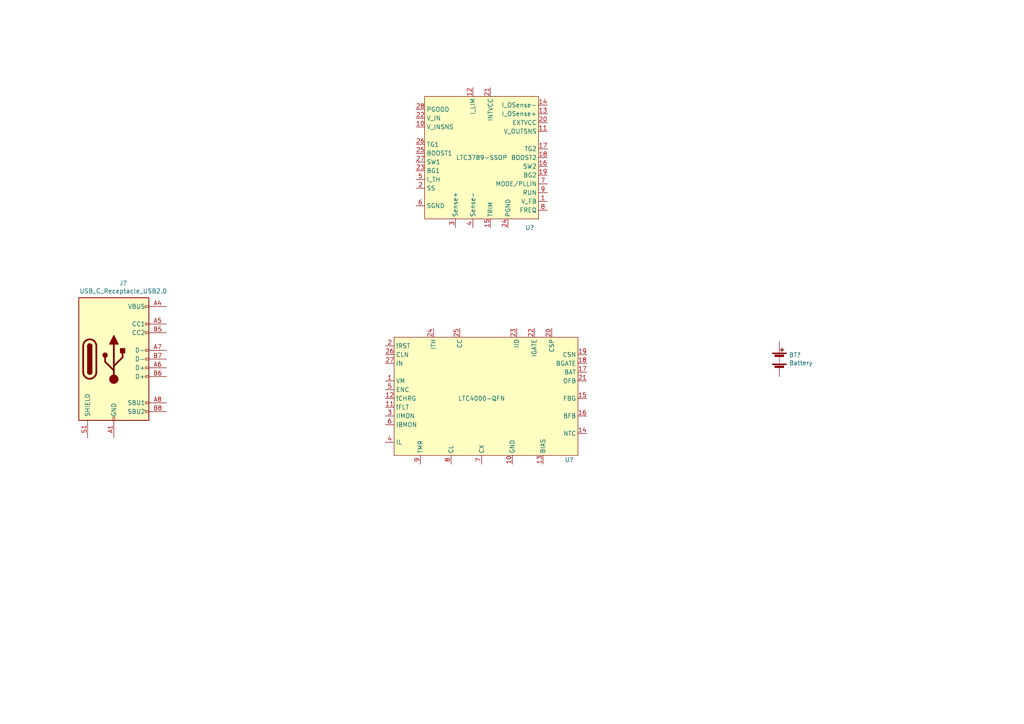
<source format=kicad_sch>
(kicad_sch (version 20211123) (generator eeschema)
  (paper "A4")
  (lib_symbols
    (symbol "Connector:USB_C_Receptacle_USB2.0" (pin_names (offset 1.016))
      (property "Reference" "J" (at -10.16 19.05 0))
      (property "Value" "USB_C_Receptacle_USB2.0" (at 19.05 19.05 0))
      (symbol "USB_C_Receptacle_USB2.0_0_0"
        (rectangle (start -0.254 -17.78) (end 0.254 -16.764))
        (rectangle (start 10.16 -14.986) (end 9.144 -15.494))
        (rectangle (start 10.16 -12.446) (end 9.144 -12.954))
        (rectangle (start 10.16 -4.826) (end 9.144 -5.334))
        (rectangle (start 10.16 -2.286) (end 9.144 -2.794))
        (rectangle (start 10.16 0.254) (end 9.144 -0.254))
        (rectangle (start 10.16 2.794) (end 9.144 2.286))
        (rectangle (start 10.16 7.874) (end 9.144 7.366))
        (rectangle (start 10.16 10.414) (end 9.144 9.906))
        (rectangle (start 10.16 15.494) (end 9.144 14.986))
      )
      (symbol "USB_C_Receptacle_USB2.0_0_1"
        (rectangle (start -10.16 17.78) (end 10.16 -17.78) (stroke (width 0.254)) (fill (type background)))
        (arc (start -8.89 -3.81) (mid -6.985 -5.715) (end -5.08 -3.81) (stroke (width 0.508)))
        (arc (start -7.62 -3.81) (mid -6.985 -4.445) (end -6.35 -3.81) (stroke (width 0.254)))
        (arc (start -7.62 -3.81) (mid -6.985 -4.445) (end -6.35 -3.81) (stroke (width 0.254)) (fill (type outline)))
        (rectangle (start -7.62 -3.81) (end -6.35 3.81) (stroke (width 0.254)) (fill (type outline)))
        (arc (start -6.35 3.81) (mid -6.985 4.445) (end -7.62 3.81) (stroke (width 0.254)))
        (arc (start -6.35 3.81) (mid -6.985 4.445) (end -7.62 3.81) (stroke (width 0.254)) (fill (type outline)))
        (arc (start -5.08 3.81) (mid -6.985 5.715) (end -8.89 3.81) (stroke (width 0.508)))
        (circle (center -2.54 1.143) (radius 0.635) (stroke (width 0.254)) (fill (type outline)))
        (circle (center 0 -5.842) (radius 1.27) (fill (type outline)))
        (polyline (pts (xy -8.89 -3.81) (xy -8.89 3.81)) (stroke (width 0.508)))
        (polyline (pts (xy -5.08 3.81) (xy -5.08 -3.81)) (stroke (width 0.508)))
        (polyline (pts (xy 0 -5.842) (xy 0 4.318)) (stroke (width 0.508)))
        (polyline (pts (xy 0 -3.302) (xy -2.54 -0.762) (xy -2.54 0.508)) (stroke (width 0.508)))
        (polyline (pts (xy 0 -2.032) (xy 2.54 0.508) (xy 2.54 1.778)) (stroke (width 0.508)))
        (polyline (pts (xy -1.27 4.318) (xy 0 6.858) (xy 1.27 4.318) (xy -1.27 4.318)) (stroke (width 0.254)) (fill (type outline)))
        (rectangle (start 1.905 1.778) (end 3.175 3.048) (stroke (width 0.254)) (fill (type outline)))
      )
      (symbol "USB_C_Receptacle_USB2.0_1_1"
        (pin passive line (at 0 -22.86 90) (length 5.08) (name "GND") (number "A1"))
        (pin passive line (at 0 -22.86 90) (length 5.08) hide (name "GND") (number "A12"))
        (pin passive line (at 15.24 15.24 180) (length 5.08) (name "VBUS") (number "A4"))
        (pin bidirectional line (at 15.24 10.16 180) (length 5.08) (name "CC1") (number "A5"))
        (pin bidirectional line (at 15.24 -2.54 180) (length 5.08) (name "D+") (number "A6"))
        (pin bidirectional line (at 15.24 2.54 180) (length 5.08) (name "D-") (number "A7"))
        (pin bidirectional line (at 15.24 -12.7 180) (length 5.08) (name "SBU1") (number "A8"))
        (pin passive line (at 15.24 15.24 180) (length 5.08) hide (name "VBUS") (number "A9"))
        (pin passive line (at 0 -22.86 90) (length 5.08) hide (name "GND") (number "B1"))
        (pin passive line (at 0 -22.86 90) (length 5.08) hide (name "GND") (number "B12"))
        (pin passive line (at 15.24 15.24 180) (length 5.08) hide (name "VBUS") (number "B4"))
        (pin bidirectional line (at 15.24 7.62 180) (length 5.08) (name "CC2") (number "B5"))
        (pin bidirectional line (at 15.24 -5.08 180) (length 5.08) (name "D+") (number "B6"))
        (pin bidirectional line (at 15.24 0 180) (length 5.08) (name "D-") (number "B7"))
        (pin bidirectional line (at 15.24 -15.24 180) (length 5.08) (name "SBU2") (number "B8"))
        (pin passive line (at 15.24 15.24 180) (length 5.08) hide (name "VBUS") (number "B9"))
        (pin passive line (at -7.62 -22.86 90) (length 5.08) (name "SHIELD") (number "S1"))
      )
    )
    (symbol "Device:Battery" (pin_numbers hide) (pin_names (offset 0) hide)
      (property "Reference" "BT" (at 2.54 2.54 0))
      (property "Value" "Battery" (at 2.54 0 0))
      (symbol "Battery_0_1"
        (rectangle (start -2.032 -1.397) (end 2.032 -1.651) (fill (type outline)))
        (rectangle (start -2.032 1.778) (end 2.032 1.524) (fill (type outline)))
        (rectangle (start -1.3208 -1.9812) (end 1.27 -2.4892) (fill (type outline)))
        (rectangle (start -1.3208 1.1938) (end 1.27 0.6858) (fill (type outline)))
        (polyline (pts (xy 0 -1.524) (xy 0 -1.27)))
        (polyline (pts (xy 0 -1.016) (xy 0 -0.762)))
        (polyline (pts (xy 0 -0.508) (xy 0 -0.254)))
        (polyline (pts (xy 0 0) (xy 0 0.254)))
        (polyline (pts (xy 0 0.508) (xy 0 0.762)))
        (polyline (pts (xy 0 1.778) (xy 0 2.54)))
        (polyline (pts (xy 0.254 2.667) (xy 1.27 2.667)) (stroke (width 0.254)))
        (polyline (pts (xy 0.762 3.175) (xy 0.762 2.159)) (stroke (width 0.254)))
      )
      (symbol "Battery_1_1"
        (pin passive line (at 0 5.08 270) (length 2.54) (name "+") (number "1"))
        (pin passive line (at 0 -5.08 90) (length 2.54) (name "-") (number "2"))
      )
    )
    (symbol "extraSymbols:LTC3789-SSOP"
      (property "Reference" "U" (at 13.97 -20.32 0))
      (property "Value" "LTC3789-SSOP" (at 0 0 0))
      (symbol "LTC3789-SSOP_0_0"
        (pin passive line (at 19.05 -12.7 180) (length 2.54) (name "V_FB") (number "1"))
        (pin passive line (at -19.05 8.89 0) (length 2.54) (name "V_INSNS") (number "10"))
        (pin passive line (at 19.05 7.62 180) (length 2.54) (name "V_OUTSNS") (number "11"))
        (pin passive line (at -2.54 20.32 270) (length 2.54) (name "I_LIM") (number "12"))
        (pin passive line (at 19.05 12.7 180) (length 2.54) (name "I_OSense+") (number "13"))
        (pin passive line (at 19.05 15.24 180) (length 2.54) (name "I_OSense-") (number "14"))
        (pin passive line (at 2.54 -20.32 90) (length 2.54) (name "TRIM") (number "15"))
        (pin passive line (at 19.05 -2.54 180) (length 2.54) (name "SW2") (number "16"))
        (pin passive line (at 19.05 2.54 180) (length 2.54) (name "TG2") (number "17"))
        (pin passive line (at 19.05 0 180) (length 2.54) (name "BOOST2") (number "18"))
        (pin passive line (at 19.05 -5.08 180) (length 2.54) (name "BG2") (number "19"))
        (pin passive line (at -19.05 -8.89 0) (length 2.54) (name "SS") (number "2"))
        (pin passive line (at 19.05 10.16 180) (length 2.54) (name "EXTVCC") (number "20"))
        (pin passive line (at 2.54 20.32 270) (length 2.54) (name "INTVCC") (number "21"))
        (pin passive line (at -19.05 11.43 0) (length 2.54) (name "V_IN") (number "22"))
        (pin passive line (at -19.05 -3.81 0) (length 2.54) (name "BG1") (number "23"))
        (pin passive line (at 7.62 -20.32 90) (length 2.54) (name "PGND") (number "24"))
        (pin passive line (at -19.05 1.27 0) (length 2.54) (name "BOOST1") (number "25"))
        (pin passive line (at -19.05 3.81 0) (length 2.54) (name "TG1") (number "26"))
        (pin passive line (at -19.05 -1.27 0) (length 2.54) (name "SW1") (number "27"))
        (pin passive line (at -19.05 13.97 0) (length 2.54) (name "PGOOD") (number "28"))
        (pin passive line (at -7.62 -20.32 90) (length 2.54) (name "Sense+") (number "3"))
        (pin passive line (at -2.54 -20.32 90) (length 2.54) (name "Sense-") (number "4"))
        (pin passive line (at -19.05 -6.35 0) (length 2.54) (name "I_TH") (number "5"))
        (pin passive line (at -19.05 -13.97 0) (length 2.54) (name "SGND") (number "6"))
        (pin passive line (at 19.05 -7.62 180) (length 2.54) (name "MODE/PLLIN") (number "7"))
        (pin passive line (at 19.05 -15.24 180) (length 2.54) (name "FREQ") (number "8"))
        (pin passive line (at 19.05 -10.16 180) (length 2.54) (name "RUN") (number "9"))
      )
      (symbol "LTC3789-SSOP_0_1"
        (rectangle (start -16.51 17.78) (end 16.51 -17.78) (stroke (width 0.1524)) (fill (type background)))
      )
    )
    (symbol "extraSymbols:LTC4000-QFN"
      (property "Reference" "U" (at 25.4 -17.78 0))
      (property "Value" "LTC4000-QFN" (at 0 0 0))
      (symbol "LTC4000-QFN_0_0"
        (pin passive line (at -27.94 5.08 0) (length 2.54) (name "VM") (number "1"))
        (pin passive line (at 8.89 -19.05 90) (length 2.54) (name "GND") (number "10"))
        (pin passive line (at -27.94 -2.54 0) (length 2.54) (name "!FLT") (number "11"))
        (pin passive line (at -27.94 0 0) (length 2.54) (name "!CHRG") (number "12"))
        (pin passive line (at 17.78 -19.05 90) (length 2.54) (name "BIAS") (number "13"))
        (pin passive line (at 30.48 -10.16 180) (length 2.54) (name "NTC") (number "14"))
        (pin passive line (at 30.48 0 180) (length 2.54) (name "FBG") (number "15"))
        (pin passive line (at 30.48 -5.08 180) (length 2.54) (name "BFB") (number "16"))
        (pin passive line (at 30.48 7.62 180) (length 2.54) (name "BAT") (number "17"))
        (pin passive line (at 30.48 10.16 180) (length 2.54) (name "BGATE") (number "18"))
        (pin passive line (at 30.48 12.7 180) (length 2.54) (name "CSN") (number "19"))
        (pin passive line (at -27.94 15.24 0) (length 2.54) (name "!RST") (number "2"))
        (pin passive line (at 20.32 20.32 270) (length 2.54) (name "CSP") (number "20"))
        (pin passive line (at 30.48 5.08 180) (length 2.54) (name "OFB") (number "21"))
        (pin passive line (at 15.24 20.32 270) (length 2.54) (name "IGATE") (number "22"))
        (pin passive line (at 10.16 20.32 270) (length 2.54) (name "IID") (number "23"))
        (pin passive line (at -13.97 20.32 270) (length 2.54) (name "ITH") (number "24"))
        (pin passive line (at -6.35 20.32 270) (length 2.54) (name "CC") (number "25"))
        (pin passive line (at -27.94 12.7 0) (length 2.54) (name "CLN") (number "26"))
        (pin passive line (at -27.94 10.16 0) (length 2.54) (name "IN") (number "27"))
        (pin passive line (at 8.89 -19.05 90) (length 2.54) hide (name "GND") (number "28"))
        (pin passive line (at 8.89 -19.05 90) (length 2.54) hide (name "GND") (number "29"))
        (pin passive line (at -27.94 -5.08 0) (length 2.54) (name "IIMON") (number "3"))
        (pin passive line (at -27.94 -12.7 0) (length 2.54) (name "IL") (number "4"))
        (pin passive line (at -27.94 2.54 0) (length 2.54) (name "ENC") (number "5"))
        (pin passive line (at -27.94 -7.62 0) (length 2.54) (name "IBMON") (number "6"))
        (pin passive line (at 0 -19.05 90) (length 2.54) (name "CX") (number "7"))
        (pin passive line (at -8.89 -19.05 90) (length 2.54) (name "CL") (number "8"))
        (pin passive line (at -17.78 -19.05 90) (length 2.54) (name "TMR") (number "9"))
      )
      (symbol "LTC4000-QFN_0_1"
        (rectangle (start -25.4 17.78) (end 27.94 -16.51) (stroke (width 0.1524)) (fill (type background)))
      )
    )
  )
  (symbol (lib_id "Connector:USB_C_Receptacle_USB2.0") (at 33.02 104.14 0) (unit 1)
    (property "Reference" "J?" (at 35.7378 82.1182 0))
    (property "Value" "USB_C_Receptacle_USB2.0" (at 35.7378 84.4296 0))
    (property "Datasheet" "https://www.usb.org/sites/default/files/documents/usb_type-c.zip" (effects hide))
  )
  (symbol (lib_id "Device:Battery") (at 226.06 104.14 0) (unit 1)
    (property "Reference" "BT?" (at 228.8032 102.9716 0) (effects (justify left)))
    (property "Value" "Battery" (at 228.8032 105.283 0) (effects (justify left)))
  )
  (symbol (lib_id "extraSymbols:LTC4000-QFN") (at 139.7 115.57 0) (unit 1)
    (property "Reference" "U?" (at 165.1 133.35 0))
    (property "Value" "LTC4000-QFN" (at 139.7 115.57 0))
    (property "Footprint" "Package_DFN_QFN:QFN-28-1EP_4x5mm_P0.5mm_EP2.65x3.65mm_ThermalVias" (effects hide))
    (property "Datasheet" "https://www.analog.com/media/en/technical-documentation/data-sheets/4000fb.pdf" (effects hide))
  )
  (symbol (lib_id "extraSymbols:LTC3789-SSOP") (at 139.7 45.72 0) (unit 1)
    (property "Reference" "U?" (at 153.67 66.04 0))
    (property "Value" "LTC3789-SSOP" (at 139.7 45.72 0))
    (property "Footprint" "Package_SO:SSOP-28_3.9x9.9mm_P0.635mm" (effects hide))
    (property "Datasheet" "https://www.analog.com/media/en/technical-documentation/data-sheets/3789fc.pdf" (effects hide))
  )
)
</source>
